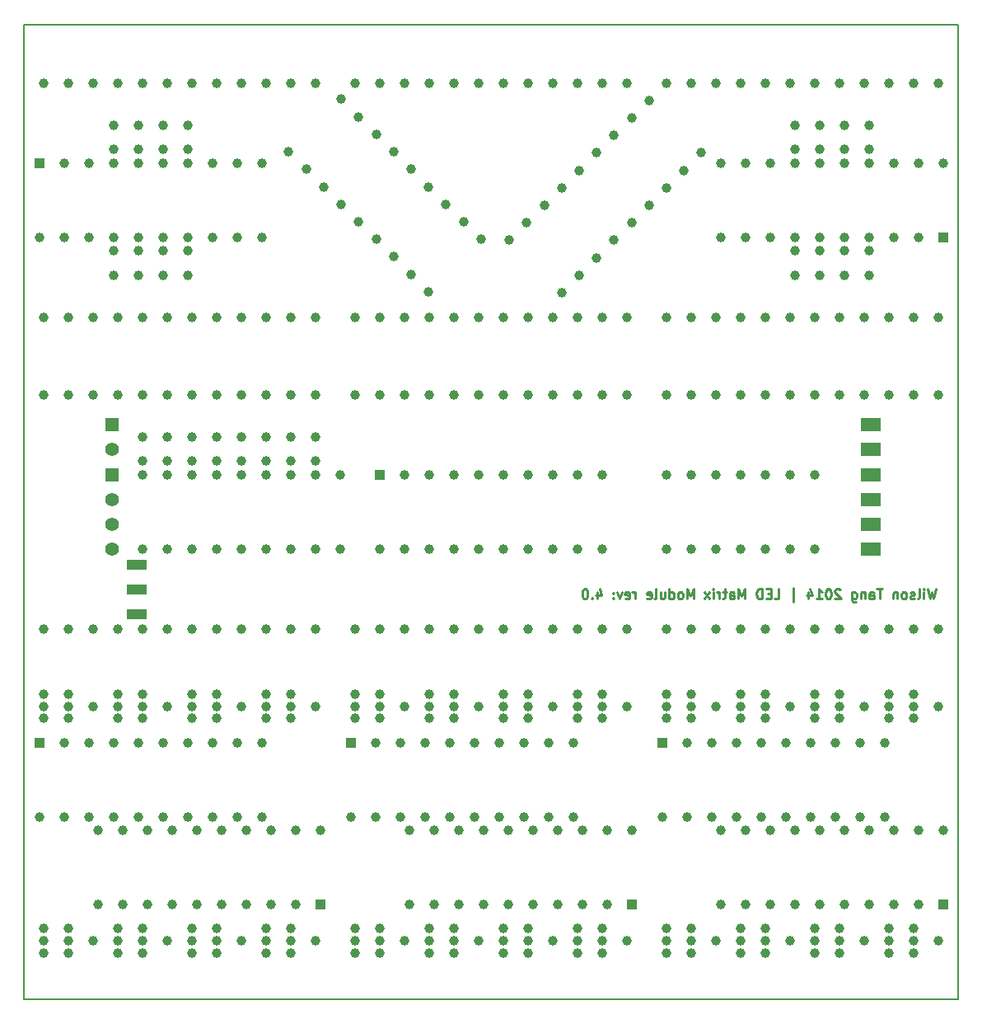
<source format=gbs>
G04 (created by PCBNEW (2013-07-07 BZR 4022)-stable) date 2/5/2014 11:08:06 AM*
%MOIN*%
G04 Gerber Fmt 3.4, Leading zero omitted, Abs format*
%FSLAX34Y34*%
G01*
G70*
G90*
G04 APERTURE LIST*
%ADD10C,0.00590551*%
%ADD11C,0.00984252*%
%ADD12C,0.0393701*%
%ADD13R,0.0393701X0.0393701*%
%ADD14R,0.055X0.055*%
%ADD15C,0.055*%
%ADD16R,0.0787402X0.055*%
%ADD17R,0.0787402X0.0393701*%
G04 APERTURE END LIST*
G54D10*
G54D11*
X43185Y-28702D02*
X43091Y-29096D01*
X43016Y-28815D01*
X42941Y-29096D01*
X42847Y-28702D01*
X42697Y-29096D02*
X42697Y-28833D01*
X42697Y-28702D02*
X42716Y-28721D01*
X42697Y-28740D01*
X42679Y-28721D01*
X42697Y-28702D01*
X42697Y-28740D01*
X42454Y-29096D02*
X42491Y-29077D01*
X42510Y-29040D01*
X42510Y-28702D01*
X42322Y-29077D02*
X42285Y-29096D01*
X42210Y-29096D01*
X42172Y-29077D01*
X42154Y-29040D01*
X42154Y-29021D01*
X42172Y-28983D01*
X42210Y-28965D01*
X42266Y-28965D01*
X42304Y-28946D01*
X42322Y-28908D01*
X42322Y-28890D01*
X42304Y-28852D01*
X42266Y-28833D01*
X42210Y-28833D01*
X42172Y-28852D01*
X41929Y-29096D02*
X41966Y-29077D01*
X41985Y-29058D01*
X42004Y-29021D01*
X42004Y-28908D01*
X41985Y-28871D01*
X41966Y-28852D01*
X41929Y-28833D01*
X41872Y-28833D01*
X41835Y-28852D01*
X41816Y-28871D01*
X41797Y-28908D01*
X41797Y-29021D01*
X41816Y-29058D01*
X41835Y-29077D01*
X41872Y-29096D01*
X41929Y-29096D01*
X41629Y-28833D02*
X41629Y-29096D01*
X41629Y-28871D02*
X41610Y-28852D01*
X41572Y-28833D01*
X41516Y-28833D01*
X41479Y-28852D01*
X41460Y-28890D01*
X41460Y-29096D01*
X41029Y-28702D02*
X40804Y-28702D01*
X40916Y-29096D02*
X40916Y-28702D01*
X40504Y-29096D02*
X40504Y-28890D01*
X40523Y-28852D01*
X40560Y-28833D01*
X40635Y-28833D01*
X40673Y-28852D01*
X40504Y-29077D02*
X40541Y-29096D01*
X40635Y-29096D01*
X40673Y-29077D01*
X40691Y-29040D01*
X40691Y-29002D01*
X40673Y-28965D01*
X40635Y-28946D01*
X40541Y-28946D01*
X40504Y-28927D01*
X40316Y-28833D02*
X40316Y-29096D01*
X40316Y-28871D02*
X40298Y-28852D01*
X40260Y-28833D01*
X40204Y-28833D01*
X40166Y-28852D01*
X40148Y-28890D01*
X40148Y-29096D01*
X39791Y-28833D02*
X39791Y-29152D01*
X39810Y-29190D01*
X39829Y-29208D01*
X39866Y-29227D01*
X39923Y-29227D01*
X39960Y-29208D01*
X39791Y-29077D02*
X39829Y-29096D01*
X39904Y-29096D01*
X39941Y-29077D01*
X39960Y-29058D01*
X39979Y-29021D01*
X39979Y-28908D01*
X39960Y-28871D01*
X39941Y-28852D01*
X39904Y-28833D01*
X39829Y-28833D01*
X39791Y-28852D01*
X39323Y-28740D02*
X39304Y-28721D01*
X39266Y-28702D01*
X39173Y-28702D01*
X39135Y-28721D01*
X39116Y-28740D01*
X39098Y-28777D01*
X39098Y-28815D01*
X39116Y-28871D01*
X39341Y-29096D01*
X39098Y-29096D01*
X38854Y-28702D02*
X38817Y-28702D01*
X38779Y-28721D01*
X38760Y-28740D01*
X38742Y-28777D01*
X38723Y-28852D01*
X38723Y-28946D01*
X38742Y-29021D01*
X38760Y-29058D01*
X38779Y-29077D01*
X38817Y-29096D01*
X38854Y-29096D01*
X38892Y-29077D01*
X38910Y-29058D01*
X38929Y-29021D01*
X38948Y-28946D01*
X38948Y-28852D01*
X38929Y-28777D01*
X38910Y-28740D01*
X38892Y-28721D01*
X38854Y-28702D01*
X38348Y-29096D02*
X38573Y-29096D01*
X38460Y-29096D02*
X38460Y-28702D01*
X38498Y-28758D01*
X38535Y-28796D01*
X38573Y-28815D01*
X38010Y-28833D02*
X38010Y-29096D01*
X38104Y-28683D02*
X38198Y-28965D01*
X37954Y-28965D01*
X37410Y-29227D02*
X37410Y-28665D01*
X36642Y-29096D02*
X36829Y-29096D01*
X36829Y-28702D01*
X36511Y-28890D02*
X36379Y-28890D01*
X36323Y-29096D02*
X36511Y-29096D01*
X36511Y-28702D01*
X36323Y-28702D01*
X36154Y-29096D02*
X36154Y-28702D01*
X36061Y-28702D01*
X36004Y-28721D01*
X35967Y-28758D01*
X35948Y-28796D01*
X35929Y-28871D01*
X35929Y-28927D01*
X35948Y-29002D01*
X35967Y-29040D01*
X36004Y-29077D01*
X36061Y-29096D01*
X36154Y-29096D01*
X35461Y-29096D02*
X35461Y-28702D01*
X35329Y-28983D01*
X35198Y-28702D01*
X35198Y-29096D01*
X34842Y-29096D02*
X34842Y-28890D01*
X34861Y-28852D01*
X34898Y-28833D01*
X34973Y-28833D01*
X35011Y-28852D01*
X34842Y-29077D02*
X34880Y-29096D01*
X34973Y-29096D01*
X35011Y-29077D01*
X35029Y-29040D01*
X35029Y-29002D01*
X35011Y-28965D01*
X34973Y-28946D01*
X34880Y-28946D01*
X34842Y-28927D01*
X34711Y-28833D02*
X34561Y-28833D01*
X34655Y-28702D02*
X34655Y-29040D01*
X34636Y-29077D01*
X34598Y-29096D01*
X34561Y-29096D01*
X34430Y-29096D02*
X34430Y-28833D01*
X34430Y-28908D02*
X34411Y-28871D01*
X34392Y-28852D01*
X34355Y-28833D01*
X34317Y-28833D01*
X34186Y-29096D02*
X34186Y-28833D01*
X34186Y-28702D02*
X34205Y-28721D01*
X34186Y-28740D01*
X34167Y-28721D01*
X34186Y-28702D01*
X34186Y-28740D01*
X34036Y-29096D02*
X33830Y-28833D01*
X34036Y-28833D02*
X33830Y-29096D01*
X33380Y-29096D02*
X33380Y-28702D01*
X33248Y-28983D01*
X33117Y-28702D01*
X33117Y-29096D01*
X32874Y-29096D02*
X32911Y-29077D01*
X32930Y-29058D01*
X32949Y-29021D01*
X32949Y-28908D01*
X32930Y-28871D01*
X32911Y-28852D01*
X32874Y-28833D01*
X32817Y-28833D01*
X32780Y-28852D01*
X32761Y-28871D01*
X32742Y-28908D01*
X32742Y-29021D01*
X32761Y-29058D01*
X32780Y-29077D01*
X32817Y-29096D01*
X32874Y-29096D01*
X32405Y-29096D02*
X32405Y-28702D01*
X32405Y-29077D02*
X32442Y-29096D01*
X32517Y-29096D01*
X32555Y-29077D01*
X32574Y-29058D01*
X32592Y-29021D01*
X32592Y-28908D01*
X32574Y-28871D01*
X32555Y-28852D01*
X32517Y-28833D01*
X32442Y-28833D01*
X32405Y-28852D01*
X32049Y-28833D02*
X32049Y-29096D01*
X32217Y-28833D02*
X32217Y-29040D01*
X32199Y-29077D01*
X32161Y-29096D01*
X32105Y-29096D01*
X32067Y-29077D01*
X32049Y-29058D01*
X31805Y-29096D02*
X31842Y-29077D01*
X31861Y-29040D01*
X31861Y-28702D01*
X31505Y-29077D02*
X31542Y-29096D01*
X31617Y-29096D01*
X31655Y-29077D01*
X31674Y-29040D01*
X31674Y-28890D01*
X31655Y-28852D01*
X31617Y-28833D01*
X31542Y-28833D01*
X31505Y-28852D01*
X31486Y-28890D01*
X31486Y-28927D01*
X31674Y-28965D01*
X31017Y-29096D02*
X31017Y-28833D01*
X31017Y-28908D02*
X30999Y-28871D01*
X30980Y-28852D01*
X30943Y-28833D01*
X30905Y-28833D01*
X30624Y-29077D02*
X30661Y-29096D01*
X30736Y-29096D01*
X30774Y-29077D01*
X30793Y-29040D01*
X30793Y-28890D01*
X30774Y-28852D01*
X30736Y-28833D01*
X30661Y-28833D01*
X30624Y-28852D01*
X30605Y-28890D01*
X30605Y-28927D01*
X30793Y-28965D01*
X30474Y-28833D02*
X30380Y-29096D01*
X30286Y-28833D01*
X30136Y-29058D02*
X30118Y-29077D01*
X30136Y-29096D01*
X30155Y-29077D01*
X30136Y-29058D01*
X30136Y-29096D01*
X30136Y-28852D02*
X30118Y-28871D01*
X30136Y-28890D01*
X30155Y-28871D01*
X30136Y-28852D01*
X30136Y-28890D01*
X29480Y-28833D02*
X29480Y-29096D01*
X29574Y-28683D02*
X29668Y-28965D01*
X29424Y-28965D01*
X29274Y-29058D02*
X29255Y-29077D01*
X29274Y-29096D01*
X29293Y-29077D01*
X29274Y-29058D01*
X29274Y-29096D01*
X29011Y-28702D02*
X28974Y-28702D01*
X28937Y-28721D01*
X28918Y-28740D01*
X28899Y-28777D01*
X28880Y-28852D01*
X28880Y-28946D01*
X28899Y-29021D01*
X28918Y-29058D01*
X28937Y-29077D01*
X28974Y-29096D01*
X29011Y-29096D01*
X29049Y-29077D01*
X29068Y-29058D01*
X29086Y-29021D01*
X29105Y-28946D01*
X29105Y-28852D01*
X29086Y-28777D01*
X29068Y-28740D01*
X29049Y-28721D01*
X29011Y-28702D01*
G54D10*
X6299Y-45275D02*
X6299Y-5905D01*
X44094Y-45275D02*
X6299Y-45275D01*
X44094Y-5905D02*
X44094Y-45275D01*
X6299Y-5905D02*
X44094Y-5905D01*
G54D12*
X38291Y-27085D03*
X37291Y-27085D03*
X36291Y-27085D03*
X35291Y-27085D03*
X34291Y-27085D03*
X33291Y-27085D03*
X32295Y-27085D03*
X32295Y-24085D03*
X33291Y-24085D03*
X34291Y-24085D03*
X35291Y-24085D03*
X36291Y-24085D03*
X37291Y-24085D03*
X38291Y-24085D03*
X37503Y-10935D03*
X37503Y-9951D03*
X38503Y-10935D03*
X38503Y-9951D03*
X39503Y-10935D03*
X39503Y-9951D03*
X40503Y-10935D03*
X40503Y-9951D03*
X18094Y-23535D03*
X18094Y-22551D03*
X17094Y-23535D03*
X17094Y-22551D03*
X16094Y-23535D03*
X16094Y-22551D03*
X15094Y-23535D03*
X15094Y-22551D03*
X14094Y-23535D03*
X14094Y-22551D03*
X13094Y-23535D03*
X13094Y-22551D03*
X12094Y-23535D03*
X12094Y-22551D03*
X11094Y-23535D03*
X11094Y-22551D03*
X37503Y-15035D03*
X37503Y-16019D03*
X38503Y-15035D03*
X38503Y-16019D03*
X39503Y-15035D03*
X39503Y-16019D03*
X40503Y-15035D03*
X40503Y-16019D03*
X12917Y-10935D03*
X12917Y-9951D03*
X11917Y-10935D03*
X11917Y-9951D03*
X10917Y-10935D03*
X10917Y-9951D03*
X9917Y-10935D03*
X9917Y-9951D03*
X12917Y-15035D03*
X12917Y-16019D03*
X11917Y-15035D03*
X11917Y-16019D03*
X10917Y-15035D03*
X10917Y-16019D03*
X9917Y-15035D03*
X9917Y-16019D03*
X22661Y-16684D03*
X21954Y-15977D03*
X21247Y-15270D03*
X20540Y-14563D03*
X19833Y-13855D03*
X19125Y-13148D03*
X18418Y-12441D03*
X17711Y-11734D03*
X17004Y-11027D03*
X19125Y-8906D03*
X19833Y-9613D03*
X20540Y-10320D03*
X21247Y-11027D03*
X21954Y-11734D03*
X22661Y-12441D03*
X23368Y-13148D03*
X24075Y-13855D03*
X24782Y-14563D03*
X11094Y-24090D03*
X12094Y-24090D03*
X13094Y-24090D03*
X14094Y-24090D03*
X15094Y-24090D03*
X16094Y-24090D03*
X17094Y-24090D03*
X18094Y-24090D03*
X19094Y-24090D03*
X19094Y-27090D03*
X18094Y-27090D03*
X17094Y-27090D03*
X16094Y-27090D03*
X15094Y-27090D03*
X14094Y-27090D03*
X13094Y-27090D03*
X12094Y-27090D03*
X11094Y-27090D03*
X33706Y-11067D03*
X32999Y-11774D03*
X32292Y-12481D03*
X31585Y-13188D03*
X30877Y-13896D03*
X30170Y-14603D03*
X29463Y-15310D03*
X28756Y-16017D03*
X28049Y-16724D03*
X25928Y-14603D03*
X26635Y-13896D03*
X27342Y-13188D03*
X28049Y-12481D03*
X28756Y-11774D03*
X29463Y-11067D03*
X30170Y-10360D03*
X30877Y-9653D03*
X31585Y-8946D03*
G54D13*
X6917Y-11492D03*
G54D12*
X7917Y-11492D03*
X8917Y-11492D03*
X9917Y-11492D03*
X10917Y-11492D03*
X11917Y-11492D03*
X12917Y-11492D03*
X13917Y-11492D03*
X14917Y-11492D03*
X15917Y-11492D03*
X6917Y-14492D03*
X7917Y-14492D03*
X8917Y-14492D03*
X9917Y-14492D03*
X10917Y-14492D03*
X11917Y-14492D03*
X12917Y-14492D03*
X13917Y-14492D03*
X14917Y-14492D03*
X15917Y-14492D03*
G54D13*
X19515Y-34917D03*
G54D12*
X20515Y-34917D03*
X21515Y-34917D03*
X22515Y-34917D03*
X23515Y-34917D03*
X24515Y-34917D03*
X25515Y-34917D03*
X26515Y-34917D03*
X27515Y-34917D03*
X28515Y-34917D03*
X19515Y-37917D03*
X20515Y-37917D03*
X21515Y-37917D03*
X22515Y-37917D03*
X23515Y-37917D03*
X24515Y-37917D03*
X25515Y-37917D03*
X26515Y-37917D03*
X27515Y-37917D03*
X28515Y-37917D03*
G54D13*
X30877Y-41460D03*
G54D12*
X29877Y-41460D03*
X28877Y-41460D03*
X27877Y-41460D03*
X26877Y-41460D03*
X25877Y-41460D03*
X24877Y-41460D03*
X23877Y-41460D03*
X22877Y-41460D03*
X21877Y-41460D03*
X30877Y-38460D03*
X29877Y-38460D03*
X28877Y-38460D03*
X27877Y-38460D03*
X26877Y-38460D03*
X25877Y-38460D03*
X24877Y-38460D03*
X23877Y-38460D03*
X22877Y-38460D03*
X21877Y-38460D03*
G54D13*
X32114Y-34917D03*
G54D12*
X33114Y-34917D03*
X34114Y-34917D03*
X35114Y-34917D03*
X36114Y-34917D03*
X37114Y-34917D03*
X38114Y-34917D03*
X39114Y-34917D03*
X40114Y-34917D03*
X41114Y-34917D03*
X32114Y-37917D03*
X33114Y-37917D03*
X34114Y-37917D03*
X35114Y-37917D03*
X36114Y-37917D03*
X37114Y-37917D03*
X38114Y-37917D03*
X39114Y-37917D03*
X40114Y-37917D03*
X41114Y-37917D03*
G54D13*
X43476Y-41460D03*
G54D12*
X42476Y-41460D03*
X41476Y-41460D03*
X40476Y-41460D03*
X39476Y-41460D03*
X38476Y-41460D03*
X37476Y-41460D03*
X36476Y-41460D03*
X35476Y-41460D03*
X34476Y-41460D03*
X43476Y-38460D03*
X42476Y-38460D03*
X41476Y-38460D03*
X40476Y-38460D03*
X39476Y-38460D03*
X38476Y-38460D03*
X37476Y-38460D03*
X36476Y-38460D03*
X35476Y-38460D03*
X34476Y-38460D03*
G54D13*
X18279Y-41460D03*
G54D12*
X17279Y-41460D03*
X16279Y-41460D03*
X15279Y-41460D03*
X14279Y-41460D03*
X13279Y-41460D03*
X12279Y-41460D03*
X11279Y-41460D03*
X10279Y-41460D03*
X9279Y-41460D03*
X18279Y-38460D03*
X17279Y-38460D03*
X16279Y-38460D03*
X15279Y-38460D03*
X14279Y-38460D03*
X13279Y-38460D03*
X12279Y-38460D03*
X11279Y-38460D03*
X10279Y-38460D03*
X9279Y-38460D03*
G54D13*
X43503Y-14492D03*
G54D12*
X42503Y-14492D03*
X41503Y-14492D03*
X40503Y-14492D03*
X39503Y-14492D03*
X38503Y-14492D03*
X37503Y-14492D03*
X36503Y-14492D03*
X35503Y-14492D03*
X34503Y-14492D03*
X43503Y-11492D03*
X42503Y-11492D03*
X41503Y-11492D03*
X40503Y-11492D03*
X39503Y-11492D03*
X38503Y-11492D03*
X37503Y-11492D03*
X36503Y-11492D03*
X35503Y-11492D03*
X34503Y-11492D03*
G54D13*
X20692Y-24090D03*
G54D12*
X21692Y-24090D03*
X22692Y-24090D03*
X23692Y-24090D03*
X24692Y-24090D03*
X25692Y-24090D03*
X26692Y-24090D03*
X27692Y-24090D03*
X28692Y-24090D03*
X29692Y-24090D03*
X20692Y-27090D03*
X21692Y-27090D03*
X22692Y-27090D03*
X23692Y-27090D03*
X24692Y-27090D03*
X25692Y-27090D03*
X26692Y-27090D03*
X27692Y-27090D03*
X28692Y-27090D03*
X29692Y-27090D03*
G54D13*
X6917Y-34917D03*
G54D12*
X7917Y-34917D03*
X8917Y-34917D03*
X9917Y-34917D03*
X10917Y-34917D03*
X11917Y-34917D03*
X12917Y-34917D03*
X13917Y-34917D03*
X14917Y-34917D03*
X15917Y-34917D03*
X6917Y-37917D03*
X7917Y-37917D03*
X8917Y-37917D03*
X9917Y-37917D03*
X10917Y-37917D03*
X11917Y-37917D03*
X12917Y-37917D03*
X13917Y-37917D03*
X14917Y-37917D03*
X15917Y-37917D03*
G54D14*
X9842Y-22047D03*
G54D15*
X9842Y-23047D03*
G54D16*
X40551Y-23047D03*
X40551Y-22047D03*
G54D17*
X10862Y-27736D03*
X10862Y-28736D03*
X10862Y-29736D03*
G54D12*
X19696Y-32956D03*
X19696Y-33940D03*
X14094Y-42437D03*
X14094Y-43421D03*
X20692Y-42437D03*
X20692Y-43421D03*
X23692Y-42437D03*
X23692Y-43421D03*
X26692Y-42437D03*
X26692Y-43421D03*
X29692Y-42437D03*
X29692Y-43421D03*
X29692Y-32956D03*
X29692Y-33940D03*
X26692Y-32956D03*
X26692Y-33940D03*
X23692Y-32956D03*
X23692Y-33940D03*
X20692Y-32956D03*
X20692Y-33940D03*
X11094Y-42437D03*
X11094Y-43421D03*
X32291Y-42437D03*
X32291Y-43421D03*
X35291Y-42437D03*
X35291Y-43421D03*
X38291Y-42437D03*
X38291Y-43421D03*
X41291Y-42437D03*
X41291Y-43421D03*
X41291Y-32956D03*
X41291Y-33940D03*
X38291Y-32956D03*
X38291Y-33940D03*
X35291Y-32956D03*
X35291Y-33940D03*
X32295Y-32956D03*
X32295Y-33940D03*
X8094Y-42437D03*
X8094Y-43421D03*
X11094Y-32956D03*
X11094Y-33940D03*
X8094Y-32956D03*
X8094Y-33940D03*
X14094Y-32956D03*
X14094Y-33940D03*
X17094Y-32956D03*
X17094Y-33940D03*
X17094Y-42437D03*
X17094Y-43421D03*
X19692Y-42437D03*
X19692Y-43421D03*
X22692Y-42437D03*
X22692Y-43421D03*
X25692Y-42437D03*
X25692Y-43421D03*
X28692Y-42437D03*
X28692Y-43421D03*
X28692Y-32956D03*
X28692Y-33940D03*
X25692Y-32956D03*
X25692Y-33940D03*
X22692Y-32956D03*
X22692Y-33940D03*
X10094Y-42437D03*
X10094Y-43421D03*
X13094Y-42437D03*
X13094Y-43421D03*
X16094Y-42437D03*
X16094Y-43421D03*
X13094Y-32956D03*
X13094Y-33940D03*
X16094Y-32956D03*
X16094Y-33940D03*
X33291Y-42437D03*
X33291Y-43421D03*
X36291Y-42437D03*
X36291Y-43421D03*
X39291Y-42437D03*
X39291Y-43421D03*
X42291Y-42437D03*
X42291Y-43421D03*
X42291Y-32956D03*
X42291Y-33940D03*
X39291Y-32956D03*
X39291Y-33940D03*
X36291Y-32956D03*
X36291Y-33940D03*
X33291Y-32956D03*
X33291Y-33940D03*
X7098Y-32956D03*
X7098Y-33940D03*
X7094Y-42437D03*
X7094Y-43421D03*
X10094Y-32956D03*
X10094Y-33940D03*
G54D14*
X9842Y-24090D03*
G54D15*
X9842Y-25090D03*
X9842Y-26090D03*
X9842Y-27090D03*
G54D16*
X40551Y-27090D03*
X40551Y-26090D03*
X40551Y-25090D03*
X40551Y-24090D03*
G54D12*
X7098Y-17716D03*
X8094Y-17716D03*
X9094Y-17716D03*
X10094Y-17716D03*
X11094Y-17716D03*
X12094Y-17716D03*
X13094Y-17716D03*
X14094Y-17716D03*
X15094Y-17716D03*
X16094Y-17716D03*
X17094Y-17716D03*
X18094Y-17716D03*
X18094Y-8267D03*
X17094Y-8267D03*
X16094Y-8267D03*
X15094Y-8267D03*
X14094Y-8267D03*
X13094Y-8267D03*
X12094Y-8267D03*
X11094Y-8267D03*
X10094Y-8267D03*
X9094Y-8267D03*
X8094Y-8267D03*
X7098Y-8267D03*
X32295Y-17716D03*
X33291Y-17716D03*
X34291Y-17716D03*
X35291Y-17716D03*
X36291Y-17716D03*
X37291Y-17716D03*
X38291Y-17716D03*
X39291Y-17716D03*
X40291Y-17716D03*
X41291Y-17716D03*
X42291Y-17716D03*
X43291Y-17716D03*
X43291Y-8267D03*
X42291Y-8267D03*
X41291Y-8267D03*
X40291Y-8267D03*
X39291Y-8267D03*
X38291Y-8267D03*
X37291Y-8267D03*
X36291Y-8267D03*
X35291Y-8267D03*
X34291Y-8267D03*
X33291Y-8267D03*
X32295Y-8267D03*
X19696Y-30314D03*
X20692Y-30314D03*
X21692Y-30314D03*
X22692Y-30314D03*
X23692Y-30314D03*
X24692Y-30314D03*
X25692Y-30314D03*
X26692Y-30314D03*
X27692Y-30314D03*
X28692Y-30314D03*
X29692Y-30314D03*
X30692Y-30314D03*
X30692Y-20866D03*
X29692Y-20866D03*
X28692Y-20866D03*
X27692Y-20866D03*
X26692Y-20866D03*
X25692Y-20866D03*
X24692Y-20866D03*
X23692Y-20866D03*
X22692Y-20866D03*
X21692Y-20866D03*
X20692Y-20866D03*
X19696Y-20866D03*
X32295Y-30314D03*
X33291Y-30314D03*
X34291Y-30314D03*
X35291Y-30314D03*
X36291Y-30314D03*
X37291Y-30314D03*
X38291Y-30314D03*
X39291Y-30314D03*
X40291Y-30314D03*
X41291Y-30314D03*
X42291Y-30314D03*
X43291Y-30314D03*
X43291Y-20866D03*
X42291Y-20866D03*
X41291Y-20866D03*
X40291Y-20866D03*
X39291Y-20866D03*
X38291Y-20866D03*
X37291Y-20866D03*
X36291Y-20866D03*
X35291Y-20866D03*
X34291Y-20866D03*
X33291Y-20866D03*
X32295Y-20866D03*
X7098Y-42913D03*
X8094Y-42913D03*
X9094Y-42913D03*
X10094Y-42913D03*
X11094Y-42913D03*
X12094Y-42913D03*
X13094Y-42913D03*
X14094Y-42913D03*
X15094Y-42913D03*
X16094Y-42913D03*
X17094Y-42913D03*
X18094Y-42913D03*
X18094Y-33464D03*
X17094Y-33464D03*
X16094Y-33464D03*
X15094Y-33464D03*
X14094Y-33464D03*
X13094Y-33464D03*
X12094Y-33464D03*
X11094Y-33464D03*
X10094Y-33464D03*
X9094Y-33464D03*
X8094Y-33464D03*
X7098Y-33464D03*
X19696Y-17716D03*
X20692Y-17716D03*
X21692Y-17716D03*
X22692Y-17716D03*
X23692Y-17716D03*
X24692Y-17716D03*
X25692Y-17716D03*
X26692Y-17716D03*
X27692Y-17716D03*
X28692Y-17716D03*
X29692Y-17716D03*
X30692Y-17716D03*
X30692Y-8267D03*
X29692Y-8267D03*
X28692Y-8267D03*
X27692Y-8267D03*
X26692Y-8267D03*
X25692Y-8267D03*
X24692Y-8267D03*
X23692Y-8267D03*
X22692Y-8267D03*
X21692Y-8267D03*
X20692Y-8267D03*
X19696Y-8267D03*
X19696Y-42913D03*
X20692Y-42913D03*
X21692Y-42913D03*
X22692Y-42913D03*
X23692Y-42913D03*
X24692Y-42913D03*
X25692Y-42913D03*
X26692Y-42913D03*
X27692Y-42913D03*
X28692Y-42913D03*
X29692Y-42913D03*
X30692Y-42913D03*
X30692Y-33464D03*
X29692Y-33464D03*
X28692Y-33464D03*
X27692Y-33464D03*
X26692Y-33464D03*
X25692Y-33464D03*
X24692Y-33464D03*
X23692Y-33464D03*
X22692Y-33464D03*
X21692Y-33464D03*
X20692Y-33464D03*
X19696Y-33464D03*
X32295Y-42913D03*
X33291Y-42913D03*
X34291Y-42913D03*
X35291Y-42913D03*
X36291Y-42913D03*
X37291Y-42913D03*
X38291Y-42913D03*
X39291Y-42913D03*
X40291Y-42913D03*
X41291Y-42913D03*
X42291Y-42913D03*
X43291Y-42913D03*
X43291Y-33464D03*
X42291Y-33464D03*
X41291Y-33464D03*
X40291Y-33464D03*
X39291Y-33464D03*
X38291Y-33464D03*
X37291Y-33464D03*
X36291Y-33464D03*
X35291Y-33464D03*
X34291Y-33464D03*
X33291Y-33464D03*
X32295Y-33464D03*
X7098Y-30314D03*
X8094Y-30314D03*
X9094Y-30314D03*
X10094Y-30314D03*
X11094Y-30314D03*
X12094Y-30314D03*
X13094Y-30314D03*
X14094Y-30314D03*
X15094Y-30314D03*
X16094Y-30314D03*
X17094Y-30314D03*
X18094Y-30314D03*
X18094Y-20866D03*
X17094Y-20866D03*
X16094Y-20866D03*
X15094Y-20866D03*
X14094Y-20866D03*
X13094Y-20866D03*
X12094Y-20866D03*
X11094Y-20866D03*
X10094Y-20866D03*
X9094Y-20866D03*
X8094Y-20866D03*
X7098Y-20866D03*
M02*

</source>
